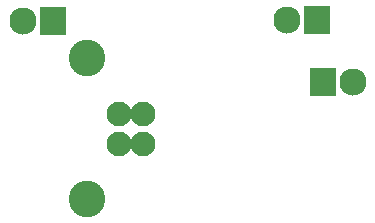
<source format=gbs>
G04 #@! TF.FileFunction,Soldermask,Bot*
%FSLAX46Y46*%
G04 Gerber Fmt 4.6, Leading zero omitted, Abs format (unit mm)*
G04 Created by KiCad (PCBNEW 0.201512271232+6404~40~ubuntu14.04.1-stable) date Tue 29 Dec 2015 10:19:08 AM MSK*
%MOMM*%
G01*
G04 APERTURE LIST*
%ADD10C,0.100000*%
%ADD11R,2.300000X2.400000*%
%ADD12C,2.300000*%
%ADD13C,2.100000*%
%ADD14C,3.100020*%
G04 APERTURE END LIST*
D10*
D11*
X26950000Y-3650000D03*
D12*
X24410000Y-3650000D03*
D11*
X27450000Y-8950000D03*
D12*
X29990000Y-8950000D03*
D11*
X4550000Y-3750000D03*
D12*
X2010000Y-3750000D03*
D13*
X12200000Y-14140000D03*
X12200000Y-11600000D03*
X10201020Y-11600000D03*
X10201020Y-14140000D03*
D14*
X7501000Y-18869480D03*
X7501000Y-6870520D03*
M02*

</source>
